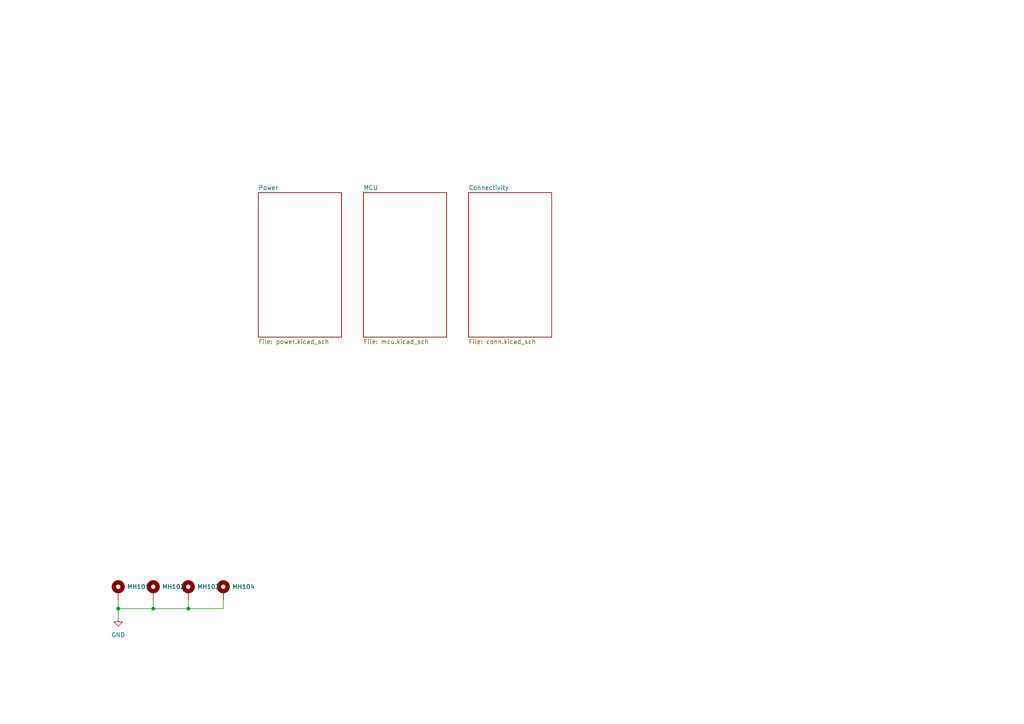
<source format=kicad_sch>
(kicad_sch (version 20250114) (generator "eeschema") (generator_version "9.0")
  (paper "A4")
  (title_block (title "EWS - Power, CANbus and USB HAT for 3D Printers") (date "2025-12-03") (rev "1.0") (company "Eduard Iten"))
  (lib_symbols
    (symbol "Mechanical:MountingHole_Pad" (pin_numbers (hide yes)) (pin_names (offset 1.016) (hide yes)) (in_bom no)
      (property "Reference" "H" (at 0 6.35 0))
      (property "Value" "MountingHole_Pad" (at 0 4.445 0))
      (symbol "MountingHole_Pad_0_1"
        (circle (center 0 1.27) (radius 1.27) (stroke (width 1.27)))
      )
      (symbol "MountingHole_Pad_1_1"
        (pin input line (at 0 -2.54 90) (length 2.54) (name "1") (number "1"))
      )
    )
    (symbol "power:GND" (power) (pin_numbers (hide yes)) (pin_names (offset 0) (hide yes))
      (property "Value" "GND" (at 0 -3.81 0))
      (symbol "GND_0_1"
        (polyline (pts (xy 0 0) (xy 0 -1.27) (xy 1.27 -1.27) (xy 0 -2.54) (xy -1.27 -1.27) (xy 0 -1.27)))
      )
      (symbol "GND_1_1"
        (pin power_in line (at 0 0 270) (length 0) (name "~") (number "1"))
      )
    )
  )
  (junction (at 54.61 176.53))
  (junction (at 44.45 176.53))
  (junction (at 34.29 176.53))
  (wire (pts (xy 34.29 173.99) (xy 34.29 176.53)))
  (wire (pts (xy 54.61 173.99) (xy 54.61 176.53)))
  (wire (pts (xy 64.77 176.53) (xy 54.61 176.53)))
  (wire (pts (xy 34.29 176.53) (xy 34.29 179.07)))
  (wire (pts (xy 64.77 173.99) (xy 64.77 176.53)))
  (wire (pts (xy 34.29 176.53) (xy 44.45 176.53)))
  (wire (pts (xy 44.45 173.99) (xy 44.45 176.53)))
  (wire (pts (xy 54.61 176.53) (xy 44.45 176.53)))
  (symbol (lib_id "Mechanical:MountingHole_Pad") (at 44.45 171.45 0) (unit 1) (in_bom no)
    (property "Reference" "MH102" (at 46.99 170.18 0) (effects (justify left)))
    (property "Value" "MountingHole_Pad" (effects (hide yes)))
    (property "Footprint" "MountingHole:MountingHole_2.7mm_Pad_Via" (effects (hide yes)))
    (property "Description" "Mounting Hole with connection" (effects (hide yes)))
  )
  (symbol (lib_id "Mechanical:MountingHole_Pad") (at 54.61 171.45 0) (unit 1) (in_bom no)
    (property "Reference" "MH103" (at 57.15 170.18 0) (effects (justify left)))
    (property "Value" "MountingHole_Pad" (effects (hide yes)))
    (property "Footprint" "MountingHole:MountingHole_2.7mm_Pad_Via" (effects (hide yes)))
    (property "Description" "Mounting Hole with connection" (effects (hide yes)))
  )
  (symbol (lib_id "power:GND") (at 34.29 179.07 0) (unit 1)
    (property "Reference" "#PWR0101" (effects (hide yes)))
    (property "Value" "GND" (at 34.29 184.15 0))
    (property "Description" "Power symbol creates a global label with name \"GND\" , ground" (effects (hide yes)))
  )
  (symbol (lib_id "Mechanical:MountingHole_Pad") (at 34.29 171.45 0) (unit 1) (in_bom no)
    (property "Reference" "MH101" (at 36.83 170.18 0) (effects (justify left)))
    (property "Value" "MountingHole_Pad" (effects (hide yes)))
    (property "Footprint" "MountingHole:MountingHole_2.7mm_Pad_Via" (effects (hide yes)))
    (property "Description" "Mounting Hole with connection" (effects (hide yes)))
  )
  (symbol (lib_id "Mechanical:MountingHole_Pad") (at 64.77 171.45 0) (unit 1) (in_bom no)
    (property "Reference" "MH104" (at 67.31 170.18 0) (effects (justify left)))
    (property "Value" "MountingHole_Pad" (effects (hide yes)))
    (property "Footprint" "MountingHole:MountingHole_2.7mm_Pad_Via" (effects (hide yes)))
    (property "Description" "Mounting Hole with connection" (effects (hide yes)))
  )
  (sheet (at 105.41 55.88) (size 24.13 41.91) (stroke (width 0.1524))
    (property "Sheetname" "MCU" (at 105.41 55.1684 0) (effects (justify left bottom)))
    (property "Sheetfile" "mcu.kicad_sch" (at 105.41 98.3746 0) (effects (justify left top)))
  )
  (sheet (at 135.89 55.88) (size 24.13 41.91) (stroke (width 0.1524))
    (property "Sheetname" "Connectivity" (at 135.89 55.1684 0) (effects (justify left bottom)))
    (property "Sheetfile" "conn.kicad_sch" (at 135.89 98.3746 0) (effects (justify left top)))
  )
  (sheet (at 74.93 55.88) (size 24.13 41.91) (stroke (width 0.1524))
    (property "Sheetname" "Power" (at 74.93 55.1684 0) (effects (justify left bottom)))
    (property "Sheetfile" "power.kicad_sch" (at 74.93 98.3746 0) (effects (justify left top)))
  )
)
</source>
